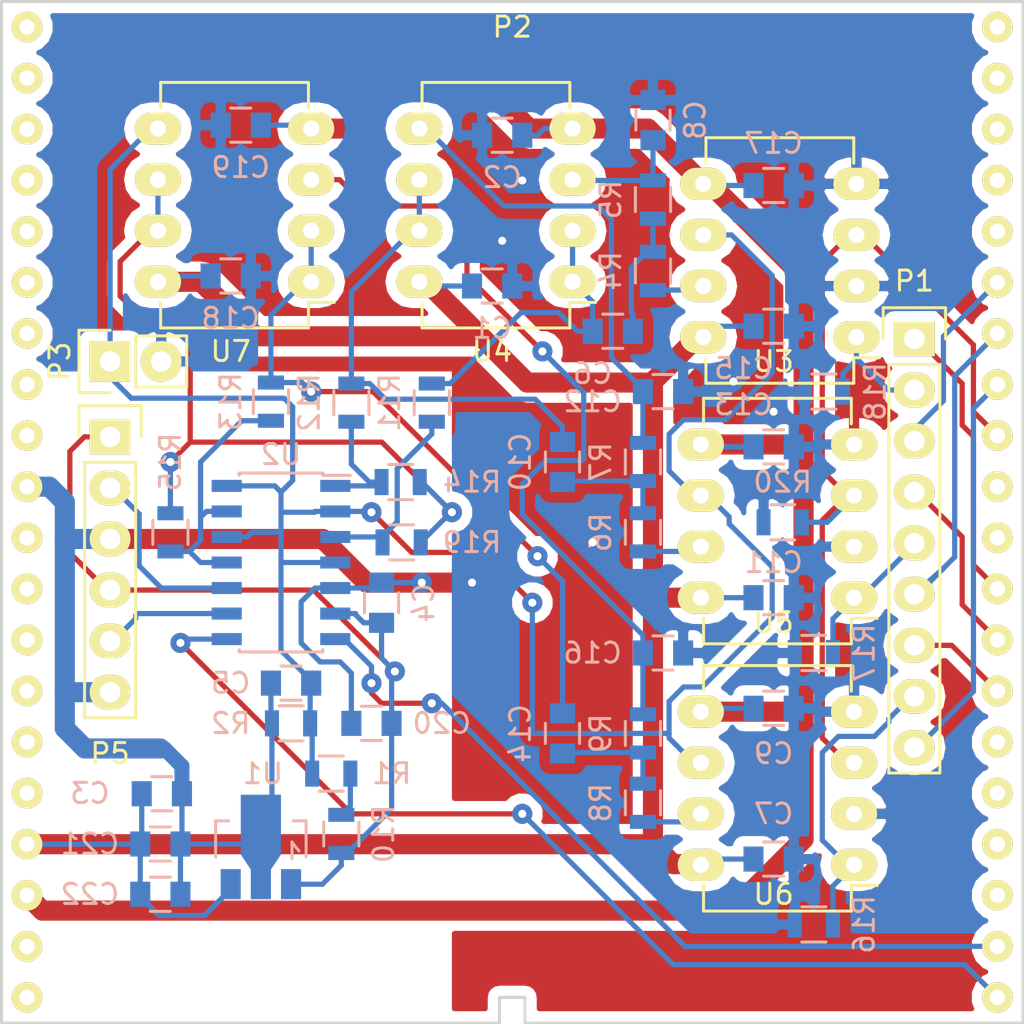
<source format=kicad_pcb>
(kicad_pcb (version 4) (host pcbnew 4.0.2-stable)
  (layers (0 F.Cu signal) (31 B.Cu signal) (34 B.Paste user) (35 F.Paste user) (36 B.SilkS user) (37 F.SilkS user) (38 B.Mask user) (39 F.Mask user) (44 Edge.Cuts user))
  (net 0 "")
  (net 1 +9V)
  (net 2 GND)
  (net 3 -9VA)
  (net 4 +3.3VADC)
  (net 5 /channel1/BIAS)
  (net 6 /channel1/DEMOD)
  (net 7 "Net-(C6-Pad2)")
  (net 8 "Net-(C8-Pad1)")
  (net 9 /channel2/DEMOD)
  (net 10 "Net-(C10-Pad2)")
  (net 11 "Net-(C12-Pad1)")
  (net 12 /channel3/DEMOD)
  (net 13 "Net-(C14-Pad2)")
  (net 14 "Net-(C16-Pad1)")
  (net 15 /channel1/Y)
  (net 16 /channel1/X)
  (net 17 /channel2/X)
  (net 18 /channel3/X)
  (net 19 /SDA)
  (net 20 /SCL)
  (net 21 "Net-(P5-Pad2)")
  (net 22 "Net-(P5-Pad5)")
  (net 23 "Net-(R4-Pad2)")
  (net 24 "Net-(R6-Pad2)")
  (net 25 "Net-(R8-Pad2)")
  (net 26 "Net-(R1-Pad1)")
  (net 27 "Net-(R11-Pad2)")
  (net 28 "Net-(R12-Pad2)")
  (net 29 "Net-(R13-Pad1)")
  (net 30 "Net-(R14-Pad1)")
  (net 31 "Net-(P1-Pad1)")
  (net 32 "Net-(P1-Pad3)")
  (net 33 "Net-(P1-Pad4)")
  (net 34 "Net-(P1-Pad6)")
  (net 35 "Net-(P1-Pad7)")
  (net 36 "Net-(P1-Pad9)")
  (module Pin_Headers:Pin_Header_Straight_1x09 (layer F.Cu) (at 170 91.38)
    (fp_text reference P1 (at 0 -2.88) (layer F.SilkS))
    (fp_text value CONN_01X09)
    (pad 1 thru_hole rect (at 0 0) (size 2.032 1.7272) (drill 1.016) (layers *.Cu *.Mask F.SilkS) (net 31 "Net-(P1-Pad1)"))
    (pad 2 thru_hole oval (at 0 2.54) (size 2.032 1.7272) (drill 1.016) (layers *.Cu *.Mask F.SilkS) (net 16 /channel1/X))
    (pad 3 thru_hole oval (at 0 5.08) (size 2.032 1.7272) (drill 1.016) (layers *.Cu *.Mask F.SilkS) (net 32 "Net-(P1-Pad3)"))
    (pad 4 thru_hole oval (at 0 7.62) (size 2.032 1.7272) (drill 1.016) (layers *.Cu *.Mask F.SilkS) (net 33 "Net-(P1-Pad4)"))
    (pad 5 thru_hole oval (at 0 10.16) (size 2.032 1.7272) (drill 1.016) (layers *.Cu *.Mask F.SilkS) (net 17 /channel2/X))
    (pad 6 thru_hole oval (at 0 12.7) (size 2.032 1.7272) (drill 1.016) (layers *.Cu *.Mask F.SilkS) (net 34 "Net-(P1-Pad6)"))
    (pad 7 thru_hole oval (at 0 15.24) (size 2.032 1.7272) (drill 1.016) (layers *.Cu *.Mask F.SilkS) (net 35 "Net-(P1-Pad7)"))
    (pad 8 thru_hole oval (at 0 17.78) (size 2.032 1.7272) (drill 1.016) (layers *.Cu *.Mask F.SilkS) (net 18 /channel3/X))
    (pad 9 thru_hole oval (at 0 20.32) (size 2.032 1.7272) (drill 1.016) (layers *.Cu *.Mask F.SilkS) (net 36 "Net-(P1-Pad9)"))
  )
  (module Housings_DIP:DIP-8_W7.62mm_LongPads (layer F.Cu) (at 167 104.25 180)
    (fp_text reference U5 (at 4 -1.25 180) (layer F.SilkS))
    (fp_text value AD633)
    (pad 1 thru_hole oval (at 0 0 180) (size 2.3 1.6) (drill 0.8) (layers *.Cu *.Mask F.SilkS) (net 17 /channel2/X))
    (pad 2 thru_hole oval (at 0 2.54 180) (size 2.3 1.6) (drill 0.8) (layers *.Cu *.Mask F.SilkS) (net 2 GND))
    (pad 3 thru_hole oval (at 0 5.08 180) (size 2.3 1.6) (drill 0.8) (layers *.Cu *.Mask F.SilkS) (net 15 /channel1/Y))
    (pad 4 thru_hole oval (at 0 7.62 180) (size 2.3 1.6) (drill 0.8) (layers *.Cu *.Mask F.SilkS) (net 2 GND))
    (pad 5 thru_hole oval (at 7.62 7.62 180) (size 2.3 1.6) (drill 0.8) (layers *.Cu *.Mask F.SilkS) (net 3 -9VA))
    (pad 6 thru_hole oval (at 7.62 5.08 180) (size 2.3 1.6) (drill 0.8) (layers *.Cu *.Mask F.SilkS) (net 5 /channel1/BIAS))
    (pad 7 thru_hole oval (at 7.62 2.54 180) (size 2.3 1.6) (drill 0.8) (layers *.Cu *.Mask F.SilkS) (net 24 "Net-(R6-Pad2)"))
    (pad 8 thru_hole oval (at 7.62 0 180) (size 2.3 1.6) (drill 0.8) (layers *.Cu *.Mask F.SilkS) (net 1 +9V))
  )
  (module Housings_DIP:DIP-8_W7.62mm_LongPads (layer F.Cu) (at 140 88.54 180)
    (fp_text reference U7 (at 4 -3.46 180) (layer F.SilkS))
    (fp_text value LM6172)
    (pad 1 thru_hole oval (at 0 0 180) (size 2.3 1.6) (drill 0.8) (layers *.Cu *.Mask F.SilkS) (net 12 /channel3/DEMOD))
    (pad 2 thru_hole oval (at 0 2.54 180) (size 2.3 1.6) (drill 0.8) (layers *.Cu *.Mask F.SilkS) (net 12 /channel3/DEMOD))
    (pad 3 thru_hole oval (at 0 5.08 180) (size 2.3 1.6) (drill 0.8) (layers *.Cu *.Mask F.SilkS) (net 14 "Net-(C16-Pad1)"))
    (pad 4 thru_hole oval (at 0 7.62 180) (size 2.3 1.6) (drill 0.8) (layers *.Cu *.Mask F.SilkS) (net 3 -9VA))
    (pad 5 thru_hole oval (at 7.62 7.62 180) (size 2.3 1.6) (drill 0.8) (layers *.Cu *.Mask F.SilkS) (net 5 /channel1/BIAS))
    (pad 6 thru_hole oval (at 7.62 5.08 180) (size 2.3 1.6) (drill 0.8) (layers *.Cu *.Mask F.SilkS) (net 30 "Net-(R14-Pad1)"))
    (pad 7 thru_hole oval (at 7.62 2.54 180) (size 2.3 1.6) (drill 0.8) (layers *.Cu *.Mask F.SilkS) (net 30 "Net-(R14-Pad1)"))
    (pad 8 thru_hole oval (at 7.62 0 180) (size 2.3 1.6) (drill 0.8) (layers *.Cu *.Mask F.SilkS) (net 1 +9V))
  )
  (module Housings_SOIC:SOIC-14_3.9x8.7mm_Pitch1.27mm (layer B.Cu) (at 138.5 102.5 180)
    (fp_text reference U2 (at 0 5.375 180) (layer B.SilkS) (effects (justify mirror)))
    (fp_text value MCP3428)
    (pad 1 smd rect (at -2.7 3.81 180) (size 1.5 0.6) (layers B.Cu B.Paste B.Mask) (net 28 "Net-(R12-Pad2)"))
    (pad 2 smd rect (at -2.7 2.54 180) (size 1.5 0.6) (layers B.Cu B.Paste B.Mask) (net 5 /channel1/BIAS))
    (pad 3 smd rect (at -2.7 1.27 180) (size 1.5 0.6) (layers B.Cu B.Paste B.Mask) (net 27 "Net-(R11-Pad2)"))
    (pad 4 smd rect (at -2.7 0 180) (size 1.5 0.6) (layers B.Cu B.Paste B.Mask) (net 5 /channel1/BIAS))
    (pad 5 smd rect (at -2.7 -1.27 180) (size 1.5 0.6) (layers B.Cu B.Paste B.Mask) (net 2 GND))
    (pad 6 smd rect (at -2.7 -2.54 180) (size 1.5 0.6) (layers B.Cu B.Paste B.Mask) (net 4 +3.3VADC))
    (pad 7 smd rect (at -2.7 -3.81 180) (size 1.5 0.6) (layers B.Cu B.Paste B.Mask) (net 19 /SDA))
    (pad 8 smd rect (at 2.7 -3.81 180) (size 1.5 0.6) (layers B.Cu B.Paste B.Mask) (net 20 /SCL))
    (pad 9 smd rect (at 2.7 -2.54 180) (size 1.5 0.6) (layers B.Cu B.Paste B.Mask) (net 22 "Net-(P5-Pad5)"))
    (pad 10 smd rect (at 2.7 -1.27 180) (size 1.5 0.6) (layers B.Cu B.Paste B.Mask) (net 21 "Net-(P5-Pad2)"))
    (pad 11 smd rect (at 2.7 0 180) (size 1.5 0.6) (layers B.Cu B.Paste B.Mask) (net 29 "Net-(R13-Pad1)"))
    (pad 12 smd rect (at 2.7 1.27 180) (size 1.5 0.6) (layers B.Cu B.Paste B.Mask) (net 5 /channel1/BIAS))
    (pad 13 smd rect (at 2.7 2.54 180) (size 1.5 0.6) (layers B.Cu B.Paste B.Mask) (net 29 "Net-(R13-Pad1)"))
    (pad 14 smd rect (at 2.7 3.81 180) (size 1.5 0.6) (layers B.Cu B.Paste B.Mask) (net 5 /channel1/BIAS))
  )
  (module Housings_DIP:DIP-8_W7.62mm_LongPads (layer F.Cu) (at 167 117.54 180)
    (fp_text reference U6 (at 4 -1.46 180) (layer F.SilkS))
    (fp_text value AD633)
    (pad 1 thru_hole oval (at 0 0 180) (size 2.3 1.6) (drill 0.8) (layers *.Cu *.Mask F.SilkS) (net 18 /channel3/X))
    (pad 2 thru_hole oval (at 0 2.54 180) (size 2.3 1.6) (drill 0.8) (layers *.Cu *.Mask F.SilkS) (net 2 GND))
    (pad 3 thru_hole oval (at 0 5.08 180) (size 2.3 1.6) (drill 0.8) (layers *.Cu *.Mask F.SilkS) (net 15 /channel1/Y))
    (pad 4 thru_hole oval (at 0 7.62 180) (size 2.3 1.6) (drill 0.8) (layers *.Cu *.Mask F.SilkS) (net 2 GND))
    (pad 5 thru_hole oval (at 7.62 7.62 180) (size 2.3 1.6) (drill 0.8) (layers *.Cu *.Mask F.SilkS) (net 3 -9VA))
    (pad 6 thru_hole oval (at 7.62 5.08 180) (size 2.3 1.6) (drill 0.8) (layers *.Cu *.Mask F.SilkS) (net 5 /channel1/BIAS))
    (pad 7 thru_hole oval (at 7.62 2.54 180) (size 2.3 1.6) (drill 0.8) (layers *.Cu *.Mask F.SilkS) (net 25 "Net-(R8-Pad2)"))
    (pad 8 thru_hole oval (at 7.62 0 180) (size 2.3 1.6) (drill 0.8) (layers *.Cu *.Mask F.SilkS) (net 1 +9V))
  )
  (module Capacitors_SMD:C_0805 (layer B.Cu) (at 149 88.75)
    (fp_text reference C1 (at 0 2.1) (layer B.SilkS) (effects (justify mirror)))
    (fp_text value 100n)
    (pad 1 smd rect (at -1 0) (size 1 1.25) (layers B.Cu B.Paste B.Mask) (net 1 +9V))
    (pad 2 smd rect (at 1 0) (size 1 1.25) (layers B.Cu B.Paste B.Mask) (net 2 GND))
  )
  (module Capacitors_SMD:C_0805 (layer B.Cu) (at 149.5 81.25)
    (fp_text reference C2 (at 0 2.1) (layer B.SilkS) (effects (justify mirror)))
    (fp_text value 100n)
    (pad 1 smd rect (at -1 0) (size 1 1.25) (layers B.Cu B.Paste B.Mask) (net 2 GND))
    (pad 2 smd rect (at 1 0) (size 1 1.25) (layers B.Cu B.Paste B.Mask) (net 3 -9VA))
  )
  (module Capacitors_SMD:C_0805 (layer B.Cu) (at 132.574 114)
    (fp_text reference C3 (at -3.574 -0.02) (layer B.SilkS) (effects (justify mirror)))
    (fp_text value 100n)
    (pad 1 smd rect (at -1 0) (size 1 1.25) (layers B.Cu B.Paste B.Mask) (net 1 +9V))
    (pad 2 smd rect (at 1 0) (size 1 1.25) (layers B.Cu B.Paste B.Mask) (net 2 GND))
  )
  (module Capacitors_SMD:C_0805 (layer B.Cu) (at 143.5 104.5 90)
    (fp_text reference C4 (at 0 2.1 90) (layer B.SilkS) (effects (justify mirror)))
    (fp_text value 100n)
    (pad 1 smd rect (at -1 0 90) (size 1 1.25) (layers B.Cu B.Paste B.Mask) (net 4 +3.3VADC))
    (pad 2 smd rect (at 1 0 90) (size 1 1.25) (layers B.Cu B.Paste B.Mask) (net 2 GND))
  )
  (module Capacitors_SMD:C_0805 (layer B.Cu) (at 139 108.5 180)
    (fp_text reference C5 (at 3 0 180) (layer B.SilkS) (effects (justify mirror)))
    (fp_text value 100n)
    (pad 1 smd rect (at -1 0 180) (size 1 1.25) (layers B.Cu B.Paste B.Mask) (net 5 /channel1/BIAS))
    (pad 2 smd rect (at 1 0 180) (size 1 1.25) (layers B.Cu B.Paste B.Mask) (net 2 GND))
  )
  (module Capacitors_SMD:C_0805 (layer B.Cu) (at 155 91)
    (fp_text reference C6 (at -1 2.1) (layer B.SilkS) (effects (justify mirror)))
    (fp_text value 1u)
    (pad 1 smd rect (at -1 0) (size 1 1.25) (layers B.Cu B.Paste B.Mask) (net 6 /channel1/DEMOD))
    (pad 2 smd rect (at 1 0) (size 1 1.25) (layers B.Cu B.Paste B.Mask) (net 7 "Net-(C6-Pad2)"))
  )
  (module Capacitors_SMD:C_0805 (layer B.Cu) (at 163 117.25)
    (fp_text reference C7 (at 0 -2.25) (layer B.SilkS) (effects (justify mirror)))
    (fp_text value 100n)
    (pad 1 smd rect (at -1 0) (size 1 1.25) (layers B.Cu B.Paste B.Mask) (net 1 +9V))
    (pad 2 smd rect (at 1 0) (size 1 1.25) (layers B.Cu B.Paste B.Mask) (net 2 GND))
  )
  (module Capacitors_SMD:C_0805 (layer B.Cu) (at 157 80.5 90)
    (fp_text reference C8 (at 0 2.1 90) (layer B.SilkS) (effects (justify mirror)))
    (fp_text value 1u)
    (pad 1 smd rect (at -1 0 90) (size 1 1.25) (layers B.Cu B.Paste B.Mask) (net 8 "Net-(C8-Pad1)"))
    (pad 2 smd rect (at 1 0 90) (size 1 1.25) (layers B.Cu B.Paste B.Mask) (net 2 GND))
  )
  (module Capacitors_SMD:C_0805 (layer B.Cu) (at 163 109.75 180)
    (fp_text reference C9 (at 0 -2.25 180) (layer B.SilkS) (effects (justify mirror)))
    (fp_text value 100n)
    (pad 1 smd rect (at -1 0 180) (size 1 1.25) (layers B.Cu B.Paste B.Mask) (net 2 GND))
    (pad 2 smd rect (at 1 0 180) (size 1 1.25) (layers B.Cu B.Paste B.Mask) (net 3 -9VA))
  )
  (module Capacitors_SMD:C_0805 (layer B.Cu) (at 152.5 97.5 270)
    (fp_text reference C10 (at 0 2.1 270) (layer B.SilkS) (effects (justify mirror)))
    (fp_text value 1u)
    (pad 1 smd rect (at -1 0 270) (size 1 1.25) (layers B.Cu B.Paste B.Mask) (net 9 /channel2/DEMOD))
    (pad 2 smd rect (at 1 0 270) (size 1 1.25) (layers B.Cu B.Paste B.Mask) (net 10 "Net-(C10-Pad2)"))
  )
  (module Capacitors_SMD:C_0805 (layer B.Cu) (at 163 104.25)
    (fp_text reference C11 (at 0 -1.75) (layer B.SilkS) (effects (justify mirror)))
    (fp_text value 100n)
    (pad 1 smd rect (at -1 0) (size 1 1.25) (layers B.Cu B.Paste B.Mask) (net 1 +9V))
    (pad 2 smd rect (at 1 0) (size 1 1.25) (layers B.Cu B.Paste B.Mask) (net 2 GND))
  )
  (module Capacitors_SMD:C_0805 (layer B.Cu) (at 157.5 94)
    (fp_text reference C12 (at -3.5 0.5) (layer B.SilkS) (effects (justify mirror)))
    (fp_text value 1u)
    (pad 1 smd rect (at -1 0) (size 1 1.25) (layers B.Cu B.Paste B.Mask) (net 11 "Net-(C12-Pad1)"))
    (pad 2 smd rect (at 1 0) (size 1 1.25) (layers B.Cu B.Paste B.Mask) (net 2 GND))
  )
  (module Capacitors_SMD:C_0805 (layer B.Cu) (at 163 96.75 180)
    (fp_text reference C13 (at 1.5 2.1 180) (layer B.SilkS) (effects (justify mirror)))
    (fp_text value 100n)
    (pad 1 smd rect (at -1 0 180) (size 1 1.25) (layers B.Cu B.Paste B.Mask) (net 2 GND))
    (pad 2 smd rect (at 1 0 180) (size 1 1.25) (layers B.Cu B.Paste B.Mask) (net 3 -9VA))
  )
  (module Capacitors_SMD:C_0805 (layer B.Cu) (at 152.5 111 270)
    (fp_text reference C14 (at 0 2.1 270) (layer B.SilkS) (effects (justify mirror)))
    (fp_text value 1u)
    (pad 1 smd rect (at -1 0 270) (size 1 1.25) (layers B.Cu B.Paste B.Mask) (net 12 /channel3/DEMOD))
    (pad 2 smd rect (at 1 0 270) (size 1 1.25) (layers B.Cu B.Paste B.Mask) (net 13 "Net-(C14-Pad2)"))
  )
  (module Capacitors_SMD:C_0805 (layer B.Cu) (at 163 90.75)
    (fp_text reference C15 (at -1.5 2.1) (layer B.SilkS) (effects (justify mirror)))
    (fp_text value 100n)
    (pad 1 smd rect (at -1 0) (size 1 1.25) (layers B.Cu B.Paste B.Mask) (net 1 +9V))
    (pad 2 smd rect (at 1 0) (size 1 1.25) (layers B.Cu B.Paste B.Mask) (net 2 GND))
  )
  (module Capacitors_SMD:C_0805 (layer B.Cu) (at 157.5 107)
    (fp_text reference C16 (at -3.5 0) (layer B.SilkS) (effects (justify mirror)))
    (fp_text value 1u)
    (pad 1 smd rect (at -1 0) (size 1 1.25) (layers B.Cu B.Paste B.Mask) (net 14 "Net-(C16-Pad1)"))
    (pad 2 smd rect (at 1 0) (size 1 1.25) (layers B.Cu B.Paste B.Mask) (net 2 GND))
  )
  (module Capacitors_SMD:C_0805 (layer B.Cu) (at 163 83.75 180)
    (fp_text reference C17 (at 0 2.1 180) (layer B.SilkS) (effects (justify mirror)))
    (fp_text value 100n)
    (pad 1 smd rect (at -1 0 180) (size 1 1.25) (layers B.Cu B.Paste B.Mask) (net 2 GND))
    (pad 2 smd rect (at 1 0 180) (size 1 1.25) (layers B.Cu B.Paste B.Mask) (net 3 -9VA))
  )
  (module Pin_Headers:Pin_Header_Straight_1x06 (layer F.Cu) (at 130 96.25)
    (fp_text reference P5 (at 0 15.75) (layer F.SilkS))
    (fp_text value "Adr conf")
    (pad 1 thru_hole rect (at 0 0) (size 2.032 1.7272) (drill 1.016) (layers *.Cu *.Mask F.SilkS) (net 4 +3.3VADC))
    (pad 2 thru_hole oval (at 0 2.54) (size 2.032 1.7272) (drill 1.016) (layers *.Cu *.Mask F.SilkS) (net 21 "Net-(P5-Pad2)"))
    (pad 3 thru_hole oval (at 0 5.08) (size 2.032 1.7272) (drill 1.016) (layers *.Cu *.Mask F.SilkS) (net 2 GND))
    (pad 4 thru_hole oval (at 0 7.62) (size 2.032 1.7272) (drill 1.016) (layers *.Cu *.Mask F.SilkS) (net 4 +3.3VADC))
    (pad 5 thru_hole oval (at 0 10.16) (size 2.032 1.7272) (drill 1.016) (layers *.Cu *.Mask F.SilkS) (net 22 "Net-(P5-Pad5)"))
    (pad 6 thru_hole oval (at 0 12.7) (size 2.032 1.7272) (drill 1.016) (layers *.Cu *.Mask F.SilkS) (net 2 GND))
  )
  (module Resistors_SMD:R_0805 (layer B.Cu) (at 141 113 180)
    (fp_text reference R1 (at -3 0 180) (layer B.SilkS) (effects (justify mirror)))
    (fp_text value 10k)
    (pad 1 smd rect (at -0.95 0 180) (size 0.7 1.3) (layers B.Cu B.Paste B.Mask) (net 26 "Net-(R1-Pad1)"))
    (pad 2 smd rect (at 0.95 0 180) (size 0.7 1.3) (layers B.Cu B.Paste B.Mask) (net 5 /channel1/BIAS))
  )
  (module Resistors_SMD:R_0805 (layer B.Cu) (at 139 110.5 180)
    (fp_text reference R2 (at 3 0 180) (layer B.SilkS) (effects (justify mirror)))
    (fp_text value 10k)
    (pad 1 smd rect (at -0.95 0 180) (size 0.7 1.3) (layers B.Cu B.Paste B.Mask) (net 5 /channel1/BIAS))
    (pad 2 smd rect (at 0.95 0 180) (size 0.7 1.3) (layers B.Cu B.Paste B.Mask) (net 2 GND))
  )
  (module Resistors_SMD:R_0805 (layer B.Cu) (at 157 88 270)
    (fp_text reference R4 (at 0 2.1 270) (layer B.SilkS) (effects (justify mirror)))
    (fp_text value 100k)
    (pad 1 smd rect (at -0.95 0 270) (size 0.7 1.3) (layers B.Cu B.Paste B.Mask) (net 7 "Net-(C6-Pad2)"))
    (pad 2 smd rect (at 0.95 0 270) (size 0.7 1.3) (layers B.Cu B.Paste B.Mask) (net 23 "Net-(R4-Pad2)"))
  )
  (module Resistors_SMD:R_0805 (layer B.Cu) (at 157 84.45 270)
    (fp_text reference R5 (at 0 2.1 270) (layer B.SilkS) (effects (justify mirror)))
    (fp_text value 100k)
    (pad 1 smd rect (at -0.95 0 270) (size 0.7 1.3) (layers B.Cu B.Paste B.Mask) (net 8 "Net-(C8-Pad1)"))
    (pad 2 smd rect (at 0.95 0 270) (size 0.7 1.3) (layers B.Cu B.Paste B.Mask) (net 7 "Net-(C6-Pad2)"))
  )
  (module Resistors_SMD:R_0805 (layer B.Cu) (at 156.5 101 270)
    (fp_text reference R6 (at 0 2.1 270) (layer B.SilkS) (effects (justify mirror)))
    (fp_text value 100k)
    (pad 1 smd rect (at -0.95 0 270) (size 0.7 1.3) (layers B.Cu B.Paste B.Mask) (net 10 "Net-(C10-Pad2)"))
    (pad 2 smd rect (at 0.95 0 270) (size 0.7 1.3) (layers B.Cu B.Paste B.Mask) (net 24 "Net-(R6-Pad2)"))
  )
  (module Resistors_SMD:R_0805 (layer B.Cu) (at 156.5 97.5 270)
    (fp_text reference R7 (at 0 2.1 270) (layer B.SilkS) (effects (justify mirror)))
    (fp_text value 100k)
    (pad 1 smd rect (at -0.95 0 270) (size 0.7 1.3) (layers B.Cu B.Paste B.Mask) (net 11 "Net-(C12-Pad1)"))
    (pad 2 smd rect (at 0.95 0 270) (size 0.7 1.3) (layers B.Cu B.Paste B.Mask) (net 10 "Net-(C10-Pad2)"))
  )
  (module Resistors_SMD:R_0805 (layer B.Cu) (at 156.5 114.45 270)
    (fp_text reference R8 (at 0 2.1 270) (layer B.SilkS) (effects (justify mirror)))
    (fp_text value 100k)
    (pad 1 smd rect (at -0.95 0 270) (size 0.7 1.3) (layers B.Cu B.Paste B.Mask) (net 13 "Net-(C14-Pad2)"))
    (pad 2 smd rect (at 0.95 0 270) (size 0.7 1.3) (layers B.Cu B.Paste B.Mask) (net 25 "Net-(R8-Pad2)"))
  )
  (module Resistors_SMD:R_0805 (layer B.Cu) (at 156.5 111 270)
    (fp_text reference R9 (at 0 2.1 270) (layer B.SilkS) (effects (justify mirror)))
    (fp_text value 100k)
    (pad 1 smd rect (at -0.95 0 270) (size 0.7 1.3) (layers B.Cu B.Paste B.Mask) (net 14 "Net-(C16-Pad1)"))
    (pad 2 smd rect (at 0.95 0 270) (size 0.7 1.3) (layers B.Cu B.Paste B.Mask) (net 13 "Net-(C14-Pad2)"))
  )
  (module TO_SOT_Packages_SMD:SOT89-3_Housing (layer B.Cu) (at 137.49886 116.64834 180)
    (fp_text reference U1 (at -0.09906 3.64834 180) (layer B.SilkS) (effects (justify mirror)))
    (fp_text value L78L33)
    (pad 1 smd rect (at -1.50114 -1.85166 180) (size 1.00076 1.50114) (layers B.Cu B.Paste B.Mask) (net 4 +3.3VADC))
    (pad 2 smd rect (at 0 -1.85166 180) (size 1.00076 1.50114) (layers B.Cu B.Paste B.Mask) (net 2 GND))
    (pad 3 smd rect (at 1.50114 -1.85166 180) (size 1.00076 1.50114) (layers B.Cu B.Paste B.Mask) (net 1 +9V))
    (pad 2 smd rect (at 0 1.09982 180) (size 1.99898 2.99974) (layers B.Cu B.Paste B.Mask) (net 2 GND))
    (pad 2 smd trapezoid (at 0 -0.7493) (size 1.50114 0.7493) (rect_delta 0 -0.50038) (layers B.Cu B.Paste B.Mask) (net 2 GND))
  )
  (module Housings_DIP:DIP-8_W7.62mm_LongPads (layer F.Cu) (at 167.12 91.29 180)
    (fp_text reference U3 (at 4.12 -1.21 180) (layer F.SilkS))
    (fp_text value AD633)
    (pad 1 thru_hole oval (at 0 0 180) (size 2.3 1.6) (drill 0.8) (layers *.Cu *.Mask F.SilkS) (net 16 /channel1/X))
    (pad 2 thru_hole oval (at 0 2.54 180) (size 2.3 1.6) (drill 0.8) (layers *.Cu *.Mask F.SilkS) (net 2 GND))
    (pad 3 thru_hole oval (at 0 5.08 180) (size 2.3 1.6) (drill 0.8) (layers *.Cu *.Mask F.SilkS) (net 15 /channel1/Y))
    (pad 4 thru_hole oval (at 0 7.62 180) (size 2.3 1.6) (drill 0.8) (layers *.Cu *.Mask F.SilkS) (net 2 GND))
    (pad 5 thru_hole oval (at 7.62 7.62 180) (size 2.3 1.6) (drill 0.8) (layers *.Cu *.Mask F.SilkS) (net 3 -9VA))
    (pad 6 thru_hole oval (at 7.62 5.08 180) (size 2.3 1.6) (drill 0.8) (layers *.Cu *.Mask F.SilkS) (net 5 /channel1/BIAS))
    (pad 7 thru_hole oval (at 7.62 2.54 180) (size 2.3 1.6) (drill 0.8) (layers *.Cu *.Mask F.SilkS) (net 23 "Net-(R4-Pad2)"))
    (pad 8 thru_hole oval (at 7.62 0 180) (size 2.3 1.6) (drill 0.8) (layers *.Cu *.Mask F.SilkS) (net 1 +9V))
  )
  (module Capacitors_SMD:C_0805 (layer B.Cu) (at 136 88.25)
    (fp_text reference C18 (at 0 2.1) (layer B.SilkS) (effects (justify mirror)))
    (fp_text value 100n)
    (pad 1 smd rect (at -1 0) (size 1 1.25) (layers B.Cu B.Paste B.Mask) (net 1 +9V))
    (pad 2 smd rect (at 1 0) (size 1 1.25) (layers B.Cu B.Paste B.Mask) (net 2 GND))
  )
  (module Capacitors_SMD:C_0805 (layer B.Cu) (at 136.5 80.75)
    (fp_text reference C19 (at 0 2.1) (layer B.SilkS) (effects (justify mirror)))
    (fp_text value 100n)
    (pad 1 smd rect (at -1 0) (size 1 1.25) (layers B.Cu B.Paste B.Mask) (net 2 GND))
    (pad 2 smd rect (at 1 0) (size 1 1.25) (layers B.Cu B.Paste B.Mask) (net 3 -9VA))
  )
  (module Housings_DIP:DIP-8_W7.62mm_LongPads (layer F.Cu) (at 153 88.54 180)
    (fp_text reference U4 (at 4 -3.46 180) (layer F.SilkS))
    (fp_text value LM6172)
    (pad 1 thru_hole oval (at 0 0 180) (size 2.3 1.6) (drill 0.8) (layers *.Cu *.Mask F.SilkS) (net 6 /channel1/DEMOD))
    (pad 2 thru_hole oval (at 0 2.54 180) (size 2.3 1.6) (drill 0.8) (layers *.Cu *.Mask F.SilkS) (net 6 /channel1/DEMOD))
    (pad 3 thru_hole oval (at 0 5.08 180) (size 2.3 1.6) (drill 0.8) (layers *.Cu *.Mask F.SilkS) (net 8 "Net-(C8-Pad1)"))
    (pad 4 thru_hole oval (at 0 7.62 180) (size 2.3 1.6) (drill 0.8) (layers *.Cu *.Mask F.SilkS) (net 3 -9VA))
    (pad 5 thru_hole oval (at 7.62 7.62 180) (size 2.3 1.6) (drill 0.8) (layers *.Cu *.Mask F.SilkS) (net 11 "Net-(C12-Pad1)"))
    (pad 6 thru_hole oval (at 7.62 5.08 180) (size 2.3 1.6) (drill 0.8) (layers *.Cu *.Mask F.SilkS) (net 9 /channel2/DEMOD))
    (pad 7 thru_hole oval (at 7.62 2.54 180) (size 2.3 1.6) (drill 0.8) (layers *.Cu *.Mask F.SilkS) (net 9 /channel2/DEMOD))
    (pad 8 thru_hole oval (at 7.62 0 180) (size 2.3 1.6) (drill 0.8) (layers *.Cu *.Mask F.SilkS) (net 1 +9V))
  )
  (module Capacitors_SMD:C_0805 (layer B.Cu) (at 143 110.5)
    (fp_text reference C20 (at 3.5 0) (layer B.SilkS) (effects (justify mirror)))
    (fp_text value 100n)
    (pad 1 smd rect (at -1 0) (size 1 1.25) (layers B.Cu B.Paste B.Mask) (net 2 GND))
    (pad 2 smd rect (at 1 0) (size 1 1.25) (layers B.Cu B.Paste B.Mask) (net 4 +3.3VADC))
  )
  (module Capacitors_SMD:C_0805 (layer B.Cu) (at 132.5 116.5)
    (fp_text reference C21 (at -3.5 0) (layer B.SilkS) (effects (justify mirror)))
    (fp_text value 100n)
    (pad 1 smd rect (at -1 0) (size 1 1.25) (layers B.Cu B.Paste B.Mask) (net 1 +9V))
    (pad 2 smd rect (at 1 0) (size 1 1.25) (layers B.Cu B.Paste B.Mask) (net 2 GND))
  )
  (module Capacitors_SMD:C_0805 (layer B.Cu) (at 132.5 119)
    (fp_text reference C22 (at -3.5 0) (layer B.SilkS) (effects (justify mirror)))
    (fp_text value 100n)
    (pad 1 smd rect (at -1 0) (size 1 1.25) (layers B.Cu B.Paste B.Mask) (net 1 +9V))
    (pad 2 smd rect (at 1 0) (size 1 1.25) (layers B.Cu B.Paste B.Mask) (net 2 GND))
  )
  (module Resistors_SMD:R_0805 (layer B.Cu) (at 141.5 116 90)
    (fp_text reference R10 (at 0 2.1 90) (layer B.SilkS) (effects (justify mirror)))
    (fp_text value 10k)
    (pad 1 smd rect (at -0.95 0 90) (size 0.7 1.3) (layers B.Cu B.Paste B.Mask) (net 4 +3.3VADC))
    (pad 2 smd rect (at 0.95 0 90) (size 0.7 1.3) (layers B.Cu B.Paste B.Mask) (net 26 "Net-(R1-Pad1)"))
  )
  (module SCUBE:scube40_no_holes (layer F.Cu) (at 150 100)
    (fp_text reference P2 (at 0 -24.13) (layer F.SilkS))
    (fp_text value SCUBE40)
    (fp_line (start -25.4 25.4) (end -25.4 -25.4) (layer Edge.Cuts) (width 0.15))
    (fp_line (start 25.4 25.4) (end 0.635 25.4) (layer Edge.Cuts) (width 0.15))
    (fp_line (start 25.4 -25.4) (end 25.4 25.4) (layer Edge.Cuts) (width 0.15))
    (fp_line (start -25.4 -25.4) (end 25.4 -25.4) (layer Edge.Cuts) (width 0.15))
    (fp_line (start -0.635 25.4) (end -25.4 25.4) (layer Edge.Cuts) (width 0.15))
    (fp_line (start -0.635 24.13) (end -0.635 25.4) (layer Edge.Cuts) (width 0.15))
    (fp_line (start 0.635 24.13) (end -0.635 24.13) (layer Edge.Cuts) (width 0.15))
    (fp_line (start 0.635 25.4) (end 0.635 24.13) (layer Edge.Cuts) (width 0.15))
    (pad 1 thru_hole circle (at -24.13 -24.13) (size 1.524 1.524) (drill 0.762) (layers *.Cu *.Mask F.SilkS))
    (pad 2 thru_hole circle (at -24.13 -21.59) (size 1.524 1.524) (drill 0.762) (layers *.Cu *.Mask F.SilkS))
    (pad 3 thru_hole circle (at -24.13 -19.05) (size 1.524 1.524) (drill 0.762) (layers *.Cu *.Mask F.SilkS))
    (pad 4 thru_hole circle (at -24.13 -16.51) (size 1.524 1.524) (drill 0.762) (layers *.Cu *.Mask F.SilkS))
    (pad 5 thru_hole circle (at -24.13 -13.97) (size 1.524 1.524) (drill 0.762) (layers *.Cu *.Mask F.SilkS))
    (pad 6 thru_hole circle (at -24.13 -11.43) (size 1.524 1.524) (drill 0.762) (layers *.Cu *.Mask F.SilkS))
    (pad 7 thru_hole circle (at -24.13 -8.89) (size 1.524 1.524) (drill 0.762) (layers *.Cu *.Mask F.SilkS))
    (pad 8 thru_hole circle (at -24.13 -6.35) (size 1.524 1.524) (drill 0.762) (layers *.Cu *.Mask F.SilkS))
    (pad 9 thru_hole circle (at -24.13 -3.81) (size 1.524 1.524) (drill 0.762) (layers *.Cu *.Mask F.SilkS))
    (pad 10 thru_hole circle (at -24.13 -1.27) (size 1.524 1.524) (drill 0.762) (layers *.Cu *.Mask F.SilkS) (net 2 GND))
    (pad 11 thru_hole circle (at -24.13 1.27) (size 1.524 1.524) (drill 0.762) (layers *.Cu *.Mask F.SilkS))
    (pad 12 thru_hole circle (at -24.13 3.81) (size 1.524 1.524) (drill 0.762) (layers *.Cu *.Mask F.SilkS))
    (pad 13 thru_hole circle (at -24.13 6.35) (size 1.524 1.524) (drill 0.762) (layers *.Cu *.Mask F.SilkS))
    (pad 14 thru_hole circle (at -24.13 8.89) (size 1.524 1.524) (drill 0.762) (layers *.Cu *.Mask F.SilkS))
    (pad 15 thru_hole circle (at -24.13 11.43) (size 1.524 1.524) (drill 0.762) (layers *.Cu *.Mask F.SilkS))
    (pad 16 thru_hole circle (at -24.13 13.97) (size 1.524 1.524) (drill 0.762) (layers *.Cu *.Mask F.SilkS))
    (pad 17 thru_hole circle (at -24.13 16.51) (size 1.524 1.524) (drill 0.762) (layers *.Cu *.Mask F.SilkS) (net 1 +9V))
    (pad 18 thru_hole circle (at -24.13 19.05) (size 1.524 1.524) (drill 0.762) (layers *.Cu *.Mask F.SilkS) (net 3 -9VA))
    (pad 19 thru_hole circle (at -24.13 21.59) (size 1.524 1.524) (drill 0.762) (layers *.Cu *.Mask F.SilkS))
    (pad 20 thru_hole circle (at -24.13 24.13) (size 1.524 1.524) (drill 0.762) (layers *.Cu *.Mask F.SilkS))
    (pad 21 thru_hole circle (at 24.13 24.13) (size 1.524 1.524) (drill 0.762) (layers *.Cu *.Mask F.SilkS) (net 20 /SCL))
    (pad 22 thru_hole circle (at 24.13 21.59) (size 1.524 1.524) (drill 0.762) (layers *.Cu *.Mask F.SilkS) (net 19 /SDA))
    (pad 23 thru_hole circle (at 24.13 19.05) (size 1.524 1.524) (drill 0.762) (layers *.Cu *.Mask F.SilkS))
    (pad 24 thru_hole circle (at 24.13 16.51) (size 1.524 1.524) (drill 0.762) (layers *.Cu *.Mask F.SilkS))
    (pad 25 thru_hole circle (at 24.13 13.97) (size 1.524 1.524) (drill 0.762) (layers *.Cu *.Mask F.SilkS))
    (pad 26 thru_hole circle (at 24.13 11.43) (size 1.524 1.524) (drill 0.762) (layers *.Cu *.Mask F.SilkS))
    (pad 27 thru_hole circle (at 24.13 8.89) (size 1.524 1.524) (drill 0.762) (layers *.Cu *.Mask F.SilkS) (net 35 "Net-(P1-Pad7)"))
    (pad 28 thru_hole circle (at 24.13 6.35) (size 1.524 1.524) (drill 0.762) (layers *.Cu *.Mask F.SilkS) (net 33 "Net-(P1-Pad4)"))
    (pad 29 thru_hole circle (at 24.13 3.81) (size 1.524 1.524) (drill 0.762) (layers *.Cu *.Mask F.SilkS) (net 31 "Net-(P1-Pad1)"))
    (pad 30 thru_hole circle (at 24.13 1.27) (size 1.524 1.524) (drill 0.762) (layers *.Cu *.Mask F.SilkS))
    (pad 31 thru_hole circle (at 24.13 -1.27) (size 1.524 1.524) (drill 0.762) (layers *.Cu *.Mask F.SilkS))
    (pad 32 thru_hole circle (at 24.13 -3.81) (size 1.524 1.524) (drill 0.762) (layers *.Cu *.Mask F.SilkS) (net 15 /channel1/Y))
    (pad 33 thru_hole circle (at 24.13 -6.35) (size 1.524 1.524) (drill 0.762) (layers *.Cu *.Mask F.SilkS) (net 36 "Net-(P1-Pad9)"))
    (pad 34 thru_hole circle (at 24.13 -8.89) (size 1.524 1.524) (drill 0.762) (layers *.Cu *.Mask F.SilkS) (net 34 "Net-(P1-Pad6)"))
    (pad 35 thru_hole circle (at 24.13 -11.43) (size 1.524 1.524) (drill 0.762) (layers *.Cu *.Mask F.SilkS) (net 32 "Net-(P1-Pad3)"))
    (pad 36 thru_hole circle (at 24.13 -13.97) (size 1.524 1.524) (drill 0.762) (layers *.Cu *.Mask F.SilkS))
    (pad 37 thru_hole circle (at 24.13 -16.51) (size 1.524 1.524) (drill 0.762) (layers *.Cu *.Mask F.SilkS))
    (pad 38 thru_hole circle (at 24.13 -19.05) (size 1.524 1.524) (drill 0.762) (layers *.Cu *.Mask F.SilkS))
    (pad 39 thru_hole circle (at 24.13 -21.59) (size 1.524 1.524) (drill 0.762) (layers *.Cu *.Mask F.SilkS))
    (pad 40 thru_hole circle (at 24.13 -24.13) (size 1.524 1.524) (drill 0.762) (layers *.Cu *.Mask F.SilkS))
  )
  (module Pin_Headers:Pin_Header_Straight_1x02 (layer F.Cu) (at 130 92.5 90)
    (fp_text reference P3 (at 0 -2.5 90) (layer F.SilkS))
    (fp_text value "ZERO BIAS")
    (pad 1 thru_hole rect (at 0 0 90) (size 2.032 2.032) (drill 1.016) (layers *.Cu *.Mask F.SilkS) (net 5 /channel1/BIAS))
    (pad 2 thru_hole oval (at 0 2.54 90) (size 2.032 2.032) (drill 1.016) (layers *.Cu *.Mask F.SilkS) (net 2 GND))
  )
  (module Resistors_SMD:R_0805 (layer B.Cu) (at 146 94.55 270)
    (fp_text reference R11 (at 0 2.1 270) (layer B.SilkS) (effects (justify mirror)))
    (fp_text value 100k)
    (pad 1 smd rect (at -0.95 0 270) (size 0.7 1.3) (layers B.Cu B.Paste B.Mask) (net 6 /channel1/DEMOD))
    (pad 2 smd rect (at 0.95 0 270) (size 0.7 1.3) (layers B.Cu B.Paste B.Mask) (net 27 "Net-(R11-Pad2)"))
  )
  (module Resistors_SMD:R_0805 (layer B.Cu) (at 142 94.55 270)
    (fp_text reference R12 (at 0 2.1 270) (layer B.SilkS) (effects (justify mirror)))
    (fp_text value 100k)
    (pad 1 smd rect (at -0.95 0 270) (size 0.7 1.3) (layers B.Cu B.Paste B.Mask) (net 9 /channel2/DEMOD))
    (pad 2 smd rect (at 0.95 0 270) (size 0.7 1.3) (layers B.Cu B.Paste B.Mask) (net 28 "Net-(R12-Pad2)"))
  )
  (module Resistors_SMD:R_0805 (layer B.Cu) (at 138 94.5 90)
    (fp_text reference R13 (at 0 -2 270) (layer B.SilkS) (effects (justify mirror)))
    (fp_text value 100k)
    (pad 1 smd rect (at -0.95 0 90) (size 0.7 1.3) (layers B.Cu B.Paste B.Mask) (net 29 "Net-(R13-Pad1)"))
    (pad 2 smd rect (at 0.95 0 90) (size 0.7 1.3) (layers B.Cu B.Paste B.Mask) (net 12 /channel3/DEMOD))
  )
  (module Resistors_SMD:R_0805 (layer B.Cu) (at 144.45 98.5 180)
    (fp_text reference R14 (at -3.55 0 180) (layer B.SilkS) (effects (justify mirror)))
    (fp_text value 10k)
    (pad 1 smd rect (at -0.95 0 180) (size 0.7 1.3) (layers B.Cu B.Paste B.Mask) (net 30 "Net-(R14-Pad1)"))
    (pad 2 smd rect (at 0.95 0 180) (size 0.7 1.3) (layers B.Cu B.Paste B.Mask) (net 28 "Net-(R12-Pad2)"))
  )
  (module Resistors_SMD:R_0805 (layer B.Cu) (at 133 101 90)
    (fp_text reference R15 (at 3.5 0 90) (layer B.SilkS) (effects (justify mirror)))
    (fp_text value 10k)
    (pad 1 smd rect (at -0.95 0 90) (size 0.7 1.3) (layers B.Cu B.Paste B.Mask) (net 29 "Net-(R13-Pad1)"))
    (pad 2 smd rect (at 0.95 0 90) (size 0.7 1.3) (layers B.Cu B.Paste B.Mask) (net 30 "Net-(R14-Pad1)"))
  )
  (module Resistors_SMD:R_0805 (layer B.Cu) (at 165 120.5 180)
    (fp_text reference R16 (at -2.5 0 270) (layer B.SilkS) (effects (justify mirror)))
    (fp_text value 100k)
    (pad 1 smd rect (at -0.95 0 180) (size 0.7 1.3) (layers B.Cu B.Paste B.Mask) (net 18 /channel3/X))
    (pad 2 smd rect (at 0.95 0 180) (size 0.7 1.3) (layers B.Cu B.Paste B.Mask) (net 2 GND))
  )
  (module Resistors_SMD:R_0805 (layer B.Cu) (at 165 107 180)
    (fp_text reference R17 (at -2.5 0 270) (layer B.SilkS) (effects (justify mirror)))
    (fp_text value 100k)
    (pad 1 smd rect (at -0.95 0 180) (size 0.7 1.3) (layers B.Cu B.Paste B.Mask) (net 17 /channel2/X))
    (pad 2 smd rect (at 0.95 0 180) (size 0.7 1.3) (layers B.Cu B.Paste B.Mask) (net 2 GND))
  )
  (module Resistors_SMD:R_0805 (layer B.Cu) (at 165.5 94 180)
    (fp_text reference R18 (at -2.55 0 270) (layer B.SilkS) (effects (justify mirror)))
    (fp_text value 100k)
    (pad 1 smd rect (at -0.95 0 180) (size 0.7 1.3) (layers B.Cu B.Paste B.Mask) (net 16 /channel1/X))
    (pad 2 smd rect (at 0.95 0 180) (size 0.7 1.3) (layers B.Cu B.Paste B.Mask) (net 2 GND))
  )
  (module Resistors_SMD:R_0805 (layer B.Cu) (at 144.5 101.5 180)
    (fp_text reference R19 (at -3.5 0 180) (layer B.SilkS) (effects (justify mirror)))
    (fp_text value 10k)
    (pad 1 smd rect (at -0.95 0 180) (size 0.7 1.3) (layers B.Cu B.Paste B.Mask) (net 30 "Net-(R14-Pad1)"))
    (pad 2 smd rect (at 0.95 0 180) (size 0.7 1.3) (layers B.Cu B.Paste B.Mask) (net 27 "Net-(R11-Pad2)"))
  )
  (module Resistors_SMD:R_0805 (layer B.Cu) (at 163.45 100.5 180)
    (fp_text reference R20 (at 0 2 180) (layer B.SilkS) (effects (justify mirror)))
    (fp_text value 100k)
    (pad 1 smd rect (at -0.95 0 180) (size 0.7 1.3) (layers B.Cu B.Paste B.Mask) (net 15 /channel1/Y))
    (pad 2 smd rect (at 0.95 0 180) (size 0.7 1.3) (layers B.Cu B.Paste B.Mask) (net 2 GND))
  )
  (segment (start 156.949998 93.550002) (end 150.740002 93.550002) (width 1) (layer F.Cu) (net 1))
  (segment (start 157 93.5) (end 156.949998 93.550002) (width 1) (layer F.Cu) (net 1))
  (segment (start 150.740002 93.550002) (end 148.44 91.25) (width 1) (layer F.Cu) (net 1))
  (segment (start 148.44 91.25) (end 145.73 88.54) (width 1) (layer F.Cu) (net 1))
  (segment (start 132.38 88.54) (end 134.53 88.54) (width 1) (layer F.Cu) (net 1))
  (segment (start 134.53 88.54) (end 137.24 91.25) (width 1) (layer F.Cu) (net 1))
  (segment (start 137.24 91.25) (end 148.44 91.25) (width 1) (layer F.Cu) (net 1))
  (segment (start 145.73 88.54) (end 145.38 88.54) (width 1) (layer F.Cu) (net 1))
  (segment (start 157 116.51) (end 157.01 116.51) (width 1) (layer F.Cu) (net 1))
  (segment (start 157.01 116.51) (end 158 117.5) (width 1) (layer F.Cu) (net 1))
  (segment (start 158 117.5) (end 159.34 117.5) (width 1) (layer F.Cu) (net 1))
  (segment (start 159.34 117.5) (end 159.38 117.54) (width 1) (layer F.Cu) (net 1))
  (segment (start 157 116.51) (end 157 104.5) (width 1) (layer F.Cu) (net 1))
  (segment (start 157 104.5) (end 157 93.5) (width 1) (layer F.Cu) (net 1))
  (segment (start 159.38 104.25) (end 157.23 104.25) (width 1) (layer F.Cu) (net 1))
  (segment (start 157.23 104.25) (end 157 104.48) (width 1) (layer F.Cu) (net 1))
  (segment (start 157 104.48) (end 157 104.5) (width 1) (layer F.Cu) (net 1))
  (segment (start 157 93.5) (end 159.21 91.29) (width 1) (layer F.Cu) (net 1))
  (segment (start 159.21 91.29) (end 159.5 91.29) (width 1) (layer F.Cu) (net 1))
  (segment (start 125.87 116.51) (end 157 116.51) (width 1) (layer F.Cu) (net 1))
  (segment (start 125.87 116.51) (end 131.49 116.51) (width 0.26) (layer B.Cu) (net 1))
  (segment (start 131.5 119) (end 131.5 119.125) (width 0.26) (layer B.Cu) (net 1))
  (segment (start 131.5 119.125) (end 132.430001 120.055001) (width 0.26) (layer B.Cu) (net 1))
  (segment (start 132.430001 120.055001) (end 134.692909 120.055001) (width 0.26) (layer B.Cu) (net 1))
  (segment (start 134.692909 120.055001) (end 135.99772 118.75019) (width 0.26) (layer B.Cu) (net 1))
  (segment (start 135.99772 118.75019) (end 135.99772 118.5) (width 0.26) (layer B.Cu) (net 1))
  (segment (start 131.5 119) (end 131.5 116.5) (width 0.26) (layer B.Cu) (net 1))
  (segment (start 131.574 114) (end 131.574 116.426) (width 0.26) (layer B.Cu) (net 1))
  (segment (start 131.574 116.426) (end 131.5 116.5) (width 0.26) (layer B.Cu) (net 1))
  (segment (start 131.49 116.51) (end 131.5 116.5) (width 0.26) (layer B.Cu) (net 1))
  (segment (start 135 88.25) (end 132.67 88.25) (width 0.26) (layer B.Cu) (net 1))
  (segment (start 132.67 88.25) (end 132.38 88.54) (width 0.26) (layer B.Cu) (net 1))
  (segment (start 148 88.75) (end 145.59 88.75) (width 0.26) (layer B.Cu) (net 1))
  (segment (start 145.59 88.75) (end 145.38 88.54) (width 0.26) (layer B.Cu) (net 1))
  (segment (start 162 117.25) (end 159.67 117.25) (width 0.26) (layer B.Cu) (net 1))
  (segment (start 159.67 117.25) (end 159.38 117.54) (width 0.26) (layer B.Cu) (net 1))
  (segment (start 162 104.25) (end 161.24 104.25) (width 0.26) (layer B.Cu) (net 1))
  (segment (start 161.24 104.25) (end 159.38 104.25) (width 0.26) (layer B.Cu) (net 1))
  (segment (start 162 90.75) (end 160.04 90.75) (width 0.26) (layer B.Cu) (net 1))
  (segment (start 160.04 90.75) (end 159.5 91.29) (width 0.26) (layer B.Cu) (net 1))
  (segment (start 154.499999 101.999999) (end 154 101.5) (width 0.26) (layer B.Cu) (net 2))
  (segment (start 158.5 106) (end 154.499999 101.999999) (width 0.26) (layer B.Cu) (net 2))
  (segment (start 158.5 107) (end 158.5 106) (width 0.26) (layer B.Cu) (net 2))
  (via (at 154 101.5) (size 1) (drill 0.4) (layers F.Cu B.Cu) (net 2))
  (segment (start 145.5 103.5) (end 148 103.5) (width 1) (layer F.Cu) (net 2))
  (segment (start 140.58 101.33) (end 142.75 103.5) (width 1) (layer F.Cu) (net 2))
  (segment (start 142.75 103.5) (end 145.5 103.5) (width 1) (layer F.Cu) (net 2))
  (segment (start 130 101.33) (end 140.58 101.33) (width 1) (layer F.Cu) (net 2))
  (segment (start 127.75 99.5) (end 127.75 101.25) (width 1) (layer B.Cu) (net 2))
  (segment (start 127.75 101.25) (end 127.75 109) (width 1) (layer B.Cu) (net 2))
  (segment (start 130 101.33) (end 127.984 101.33) (width 1) (layer B.Cu) (net 2))
  (segment (start 127.984 101.33) (end 127.904 101.25) (width 1) (layer B.Cu) (net 2))
  (segment (start 127.904 101.25) (end 127.75 101.25) (width 1) (layer B.Cu) (net 2))
  (segment (start 127.75 109) (end 127.75 110.75) (width 1) (layer B.Cu) (net 2))
  (segment (start 130 108.95) (end 127.8 108.95) (width 1) (layer B.Cu) (net 2))
  (segment (start 127.8 108.95) (end 127.75 109) (width 1) (layer B.Cu) (net 2))
  (segment (start 132.5 111.75) (end 132.699 111.75) (width 0.75) (layer B.Cu) (net 2))
  (segment (start 132.699 111.75) (end 133.574 112.625) (width 0.75) (layer B.Cu) (net 2))
  (segment (start 133.574 112.625) (end 133.574 114) (width 0.75) (layer B.Cu) (net 2))
  (segment (start 128.75 111.75) (end 132.5 111.75) (width 1) (layer B.Cu) (net 2))
  (segment (start 127.75 110.75) (end 128.75 111.75) (width 1) (layer B.Cu) (net 2))
  (segment (start 126.98 98.73) (end 127.75 99.5) (width 1) (layer B.Cu) (net 2))
  (segment (start 125.87 98.73) (end 126.98 98.73) (width 1) (layer B.Cu) (net 2))
  (segment (start 133.5 116.5) (end 136.54738 116.5) (width 0.26) (layer B.Cu) (net 2))
  (segment (start 161 93.5) (end 162.5 95) (width 0.26) (layer F.Cu) (net 2))
  (segment (start 162.5 95) (end 163 95) (width 0.26) (layer F.Cu) (net 2))
  (via (at 163 95) (size 1) (drill 0.4) (layers F.Cu B.Cu) (net 2))
  (segment (start 158.5 94) (end 160.5 94) (width 0.26) (layer B.Cu) (net 2))
  (via (at 161 93.5) (size 1) (drill 0.4) (layers F.Cu B.Cu) (net 2))
  (segment (start 160.5 94) (end 161 93.5) (width 0.26) (layer B.Cu) (net 2))
  (segment (start 149.5 86.5) (end 150.5 85.5) (width 0.26) (layer F.Cu) (net 2))
  (segment (start 150.5 85.5) (end 150.5 83.5) (width 0.26) (layer F.Cu) (net 2))
  (via (at 150.5 83.5) (size 1) (drill 0.4) (layers F.Cu B.Cu) (net 2))
  (segment (start 150 88.75) (end 150 87) (width 0.26) (layer B.Cu) (net 2))
  (segment (start 150 87) (end 149.5 86.5) (width 0.26) (layer B.Cu) (net 2))
  (via (at 149.5 86.5) (size 1) (drill 0.4) (layers F.Cu B.Cu) (net 2))
  (via (at 148 103.5) (size 1) (drill 0.4) (layers F.Cu B.Cu) (net 2))
  (segment (start 141.444999 107.444999) (end 142 108) (width 0.26) (layer B.Cu) (net 2))
  (segment (start 142 108) (end 142 110.5) (width 0.26) (layer B.Cu) (net 2))
  (segment (start 139.5 106.5) (end 140.444999 107.444999) (width 0.26) (layer B.Cu) (net 2))
  (segment (start 140.444999 107.444999) (end 141.444999 107.444999) (width 0.26) (layer B.Cu) (net 2))
  (segment (start 139.5 104.46) (end 139.5 106.5) (width 0.26) (layer B.Cu) (net 2))
  (segment (start 141.2 103.77) (end 140.19 103.77) (width 0.26) (layer B.Cu) (net 2))
  (segment (start 140.19 103.77) (end 139.5 104.46) (width 0.26) (layer B.Cu) (net 2))
  (segment (start 145.5 103.5) (end 143.5 103.5) (width 0.26) (layer B.Cu) (net 2))
  (via (at 145.5 103.5) (size 1) (drill 0.4) (layers F.Cu B.Cu) (net 2))
  (segment (start 137.49886 117.39764) (end 137.49886 118.5) (width 0.26) (layer B.Cu) (net 2))
  (segment (start 137.49886 118.5) (end 137.49886 115.54852) (width 0.26) (layer B.Cu) (net 2))
  (segment (start 138 108.5) (end 138 110.45) (width 0.26) (layer B.Cu) (net 2))
  (segment (start 138 110.45) (end 138.05 110.5) (width 0.26) (layer B.Cu) (net 2))
  (segment (start 138.05 110.5) (end 138.05 114.99738) (width 0.26) (layer B.Cu) (net 2))
  (segment (start 138.05 114.99738) (end 137.49886 115.54852) (width 0.26) (layer B.Cu) (net 2))
  (segment (start 136.54738 116.5) (end 137.49886 115.54852) (width 0.26) (layer B.Cu) (net 2))
  (segment (start 133.574 114) (end 133.574 116.426) (width 0.26) (layer B.Cu) (net 2))
  (segment (start 133.5 116.5) (end 133.5 119) (width 0.26) (layer B.Cu) (net 2))
  (segment (start 133.574 116.426) (end 133.5 116.5) (width 0.26) (layer B.Cu) (net 2))
  (segment (start 133.574 113.875) (end 133.574 114) (width 0.26) (layer B.Cu) (net 2))
  (segment (start 141.2 103.77) (end 143.23 103.77) (width 0.26) (layer B.Cu) (net 2))
  (segment (start 153 80.92) (end 150.85 80.92) (width 1) (layer F.Cu) (net 3))
  (segment (start 150.85 80.92) (end 148.68 78.75) (width 1) (layer F.Cu) (net 3))
  (segment (start 148.68 78.75) (end 144 78.75) (width 1) (layer F.Cu) (net 3))
  (segment (start 144 78.75) (end 141.83 80.92) (width 1) (layer F.Cu) (net 3))
  (segment (start 141.83 80.92) (end 140 80.92) (width 1) (layer F.Cu) (net 3))
  (segment (start 164.489979 110) (end 164.489979 96.5) (width 1) (layer F.Cu) (net 3))
  (segment (start 164.489979 96.5) (end 164.489979 88.309979) (width 1) (layer F.Cu) (net 3))
  (segment (start 159.38 96.63) (end 164.359979 96.63) (width 1) (layer F.Cu) (net 3))
  (segment (start 164.359979 96.63) (end 164.489979 96.5) (width 1) (layer F.Cu) (net 3))
  (segment (start 164.489979 116.260021) (end 164.489979 110) (width 1) (layer F.Cu) (net 3))
  (segment (start 159.38 109.92) (end 164.409979 109.92) (width 1) (layer F.Cu) (net 3))
  (segment (start 164.409979 109.92) (end 164.489979 110) (width 1) (layer F.Cu) (net 3))
  (segment (start 159.5 83.67) (end 156.75 80.92) (width 1) (layer F.Cu) (net 3))
  (segment (start 156.75 80.92) (end 153 80.92) (width 1) (layer F.Cu) (net 3))
  (segment (start 125.87 119.05) (end 126.631999 119.811999) (width 1) (layer F.Cu) (net 3))
  (segment (start 126.631999 119.811999) (end 160.938001 119.811999) (width 1) (layer F.Cu) (net 3))
  (segment (start 160.938001 119.811999) (end 164.489979 116.260021) (width 1) (layer F.Cu) (net 3))
  (segment (start 164.489979 88.309979) (end 159.85 83.67) (width 1) (layer F.Cu) (net 3))
  (segment (start 159.85 83.67) (end 159.5 83.67) (width 1) (layer F.Cu) (net 3))
  (segment (start 151.59 80.92) (end 153 80.92) (width 0.26) (layer B.Cu) (net 3))
  (segment (start 151.26 81.25) (end 151.59 80.92) (width 0.26) (layer B.Cu) (net 3))
  (segment (start 150.5 81.25) (end 151.26 81.25) (width 0.26) (layer B.Cu) (net 3))
  (segment (start 137.5 80.75) (end 139.83 80.75) (width 0.26) (layer B.Cu) (net 3))
  (segment (start 139.83 80.75) (end 140 80.92) (width 0.26) (layer B.Cu) (net 3))
  (segment (start 162 109.75) (end 159.55 109.75) (width 0.26) (layer B.Cu) (net 3))
  (segment (start 159.55 109.75) (end 159.38 109.92) (width 0.26) (layer B.Cu) (net 3))
  (segment (start 162 96.75) (end 159.5 96.75) (width 0.26) (layer B.Cu) (net 3))
  (segment (start 159.5 96.75) (end 159.38 96.63) (width 0.26) (layer B.Cu) (net 3))
  (segment (start 162 83.75) (end 159.58 83.75) (width 0.26) (layer B.Cu) (net 3))
  (segment (start 159.58 83.75) (end 159.5 83.67) (width 0.26) (layer B.Cu) (net 3))
  (segment (start 144 110.5) (end 144 108.081383) (width 0.26) (layer B.Cu) (net 4))
  (segment (start 144 108.081383) (end 144.162766 107.918617) (width 0.26) (layer B.Cu) (net 4))
  (segment (start 143.5 105.5) (end 143.5 107.255851) (width 0.26) (layer B.Cu) (net 4))
  (segment (start 143.5 107.255851) (end 144.162766 107.918617) (width 0.26) (layer B.Cu) (net 4))
  (segment (start 143.662767 107.418618) (end 144.162766 107.918617) (width 0.26) (layer F.Cu) (net 4))
  (segment (start 140.114149 103.87) (end 143.662767 107.418618) (width 0.26) (layer F.Cu) (net 4))
  (segment (start 130 103.87) (end 140.114149 103.87) (width 0.26) (layer F.Cu) (net 4))
  (via (at 144.162766 107.918617) (size 1) (drill 0.4) (layers F.Cu B.Cu) (net 4))
  (segment (start 128 96.974) (end 128 102.0224) (width 0.26) (layer F.Cu) (net 4))
  (segment (start 129.8476 103.87) (end 130 103.87) (width 0.26) (layer F.Cu) (net 4))
  (segment (start 128 102.0224) (end 129.8476 103.87) (width 0.26) (layer F.Cu) (net 4))
  (segment (start 130 96.25) (end 128.724 96.25) (width 0.26) (layer F.Cu) (net 4))
  (segment (start 128.724 96.25) (end 128 96.974) (width 0.26) (layer F.Cu) (net 4))
  (segment (start 142.21 105.04) (end 142.21 105.095) (width 0.26) (layer B.Cu) (net 4))
  (segment (start 142.21 105.095) (end 142.615 105.5) (width 0.26) (layer B.Cu) (net 4))
  (segment (start 142.615 105.5) (end 143.5 105.5) (width 0.26) (layer B.Cu) (net 4))
  (segment (start 141.5 116.95) (end 141.8 116.95) (width 0.26) (layer B.Cu) (net 4))
  (segment (start 144 114.75) (end 144 111.385) (width 0.26) (layer B.Cu) (net 4))
  (segment (start 141.8 116.95) (end 144 114.75) (width 0.26) (layer B.Cu) (net 4))
  (segment (start 144 111.385) (end 144 110.5) (width 0.26) (layer B.Cu) (net 4))
  (segment (start 139 118.5) (end 140.56 118.5) (width 0.26) (layer B.Cu) (net 4))
  (segment (start 140.56 118.5) (end 141.5 117.56) (width 0.26) (layer B.Cu) (net 4))
  (segment (start 141.5 117.56) (end 141.5 116.95) (width 0.26) (layer B.Cu) (net 4))
  (segment (start 141.2 105.04) (end 142.21 105.04) (width 0.26) (layer B.Cu) (net 4))
  (segment (start 159.5 86.21) (end 160.91 86.21) (width 0.26) (layer B.Cu) (net 5))
  (segment (start 157.79999 96.120514) (end 157.79999 97.93999) (width 0.26) (layer B.Cu) (net 5))
  (segment (start 160.91 86.21) (end 162.930001 88.230001) (width 0.26) (layer B.Cu) (net 5))
  (segment (start 162.930001 88.230001) (end 162.930001 93.069999) (width 0.26) (layer B.Cu) (net 5))
  (segment (start 162.930001 93.069999) (end 160.60001 95.39999) (width 0.26) (layer B.Cu) (net 5))
  (segment (start 160.60001 95.39999) (end 158.520514 95.39999) (width 0.26) (layer B.Cu) (net 5))
  (segment (start 158.520514 95.39999) (end 157.79999 96.120514) (width 0.26) (layer B.Cu) (net 5))
  (segment (start 157.79999 97.93999) (end 159.03 99.17) (width 0.26) (layer B.Cu) (net 5))
  (segment (start 159.03 99.17) (end 159.38 99.17) (width 0.26) (layer B.Cu) (net 5))
  (segment (start 151 111) (end 151 104.5) (width 0.26) (layer B.Cu) (net 5))
  (via (at 151 104.5) (size 1) (drill 0.4) (layers F.Cu B.Cu) (net 5))
  (segment (start 157.79999 111) (end 157.79999 111.22999) (width 0.26) (layer B.Cu) (net 5))
  (segment (start 157.79999 109.410514) (end 157.79999 111) (width 0.26) (layer B.Cu) (net 5))
  (segment (start 157.79999 111) (end 151 111) (width 0.26) (layer B.Cu) (net 5))
  (segment (start 159.38 99.17) (end 159.73 99.17) (width 0.26) (layer B.Cu) (net 5))
  (segment (start 160.79 100.58) (end 162.930001 102.720001) (width 0.26) (layer B.Cu) (net 5))
  (segment (start 159.73 99.17) (end 160.79 100.23) (width 0.26) (layer B.Cu) (net 5))
  (segment (start 162.930001 102.720001) (end 162.930001 105.219001) (width 0.26) (layer B.Cu) (net 5))
  (segment (start 162.930001 105.219001) (end 159.459012 108.68999) (width 0.26) (layer B.Cu) (net 5))
  (segment (start 160.79 100.23) (end 160.79 100.58) (width 0.26) (layer B.Cu) (net 5))
  (segment (start 159.459012 108.68999) (end 158.520514 108.68999) (width 0.26) (layer B.Cu) (net 5))
  (segment (start 159.03 112.46) (end 159.38 112.46) (width 0.26) (layer B.Cu) (net 5))
  (segment (start 158.520514 108.68999) (end 157.79999 109.410514) (width 0.26) (layer B.Cu) (net 5))
  (segment (start 157.79999 111.22999) (end 159.03 112.46) (width 0.26) (layer B.Cu) (net 5))
  (segment (start 148.5 102) (end 151 104.5) (width 0.26) (layer F.Cu) (net 5))
  (segment (start 145 102) (end 148.5 102) (width 0.26) (layer F.Cu) (net 5))
  (segment (start 143 100) (end 145 102) (width 0.26) (layer F.Cu) (net 5))
  (via (at 143 100) (size 1) (drill 0.4) (layers F.Cu B.Cu) (net 5))
  (segment (start 141.2 99.96) (end 142.96 99.96) (width 0.26) (layer B.Cu) (net 5))
  (segment (start 142.96 99.96) (end 143 100) (width 0.26) (layer B.Cu) (net 5))
  (segment (start 132.38 80.92) (end 132.03 80.92) (width 0.26) (layer B.Cu) (net 5))
  (segment (start 132.03 80.92) (end 130 82.95) (width 0.26) (layer B.Cu) (net 5))
  (segment (start 130 82.95) (end 130 92) (width 0.26) (layer B.Cu) (net 5))
  (segment (start 138.5 99) (end 139.080001 98.419999) (width 0.26) (layer B.Cu) (net 5))
  (segment (start 139.080001 98.419999) (end 139.080001 94.755999) (width 0.26) (layer B.Cu) (net 5))
  (segment (start 138.654003 94.330001) (end 131.054001 94.330001) (width 0.26) (layer B.Cu) (net 5))
  (segment (start 139.080001 94.755999) (end 138.654003 94.330001) (width 0.26) (layer B.Cu) (net 5))
  (segment (start 131.054001 94.330001) (end 130 93.276) (width 0.26) (layer B.Cu) (net 5))
  (segment (start 130 93.276) (end 130 92) (width 0.26) (layer B.Cu) (net 5))
  (segment (start 138.5 102.5) (end 138.5 101) (width 0.26) (layer B.Cu) (net 5))
  (segment (start 135.8 101.23) (end 136.81 101.23) (width 0.26) (layer B.Cu) (net 5))
  (segment (start 138.5 101) (end 138.5 100) (width 0.26) (layer B.Cu) (net 5))
  (segment (start 136.81 101.23) (end 137.04 101) (width 0.26) (layer B.Cu) (net 5))
  (segment (start 137.04 101) (end 138.5 101) (width 0.26) (layer B.Cu) (net 5))
  (segment (start 138.5 106.875) (end 138.5 102.5) (width 0.26) (layer B.Cu) (net 5))
  (segment (start 141.2 102.5) (end 138.5 102.5) (width 0.26) (layer B.Cu) (net 5))
  (segment (start 138.5 100) (end 138.5 99) (width 0.26) (layer B.Cu) (net 5))
  (segment (start 141.2 99.96) (end 140.19 99.96) (width 0.26) (layer B.Cu) (net 5))
  (segment (start 140.19 99.96) (end 140.15 100) (width 0.26) (layer B.Cu) (net 5))
  (segment (start 140.15 100) (end 138.5 100) (width 0.26) (layer B.Cu) (net 5))
  (segment (start 138.5 99) (end 138.19 98.69) (width 0.26) (layer B.Cu) (net 5))
  (segment (start 138.19 98.69) (end 135.8 98.69) (width 0.26) (layer B.Cu) (net 5))
  (segment (start 140 108.5) (end 140 108.375) (width 0.26) (layer B.Cu) (net 5))
  (segment (start 140 108.375) (end 138.5 106.875) (width 0.26) (layer B.Cu) (net 5))
  (segment (start 139.95 110.5) (end 139.95 108.55) (width 0.26) (layer B.Cu) (net 5))
  (segment (start 139.95 108.55) (end 140 108.5) (width 0.26) (layer B.Cu) (net 5))
  (segment (start 140.05 113) (end 140.05 110.6) (width 0.26) (layer B.Cu) (net 5))
  (segment (start 140.05 110.6) (end 139.95 110.5) (width 0.26) (layer B.Cu) (net 5))
  (segment (start 146.91 93.6) (end 146 93.6) (width 0.26) (layer B.Cu) (net 6))
  (segment (start 152.309998 90.069998) (end 150.440002 90.069998) (width 0.26) (layer B.Cu) (net 6))
  (segment (start 150.440002 90.069998) (end 146.91 93.6) (width 0.26) (layer B.Cu) (net 6))
  (segment (start 153.24 91) (end 152.309998 90.069998) (width 0.26) (layer B.Cu) (net 6))
  (segment (start 154 91) (end 153.24 91) (width 0.26) (layer B.Cu) (net 6))
  (segment (start 154 91) (end 154 89.54) (width 0.26) (layer B.Cu) (net 6))
  (segment (start 154 89.54) (end 153 88.54) (width 0.26) (layer B.Cu) (net 6))
  (segment (start 153 86) (end 153 88.54) (width 0.26) (layer B.Cu) (net 6))
  (segment (start 157 87.05) (end 157 85.4) (width 0.26) (layer B.Cu) (net 7))
  (segment (start 157 87.05) (end 156.7 87.05) (width 0.26) (layer B.Cu) (net 7))
  (segment (start 156.7 87.05) (end 155.919999 87.830001) (width 0.26) (layer B.Cu) (net 7))
  (segment (start 155.919999 87.830001) (end 155.919999 90.034999) (width 0.26) (layer B.Cu) (net 7))
  (segment (start 155.919999 90.034999) (end 156 90.115) (width 0.26) (layer B.Cu) (net 7))
  (segment (start 156 90.115) (end 156 91) (width 0.26) (layer B.Cu) (net 7))
  (segment (start 157 83.5) (end 154.04 83.5) (width 0.26) (layer B.Cu) (net 8))
  (segment (start 153.04 83.5) (end 153 83.46) (width 0.26) (layer B.Cu) (net 8))
  (segment (start 157 81.5) (end 157 83.5) (width 0.26) (layer B.Cu) (net 8))
  (segment (start 152.5 96.5) (end 152.5 95.74) (width 0.26) (layer B.Cu) (net 9))
  (segment (start 152.5 95.74) (end 151.140001 94.380001) (width 0.26) (layer B.Cu) (net 9))
  (segment (start 151.140001 94.380001) (end 143.690001 94.380001) (width 0.26) (layer B.Cu) (net 9))
  (segment (start 143.690001 94.380001) (end 142.91 93.6) (width 0.26) (layer B.Cu) (net 9))
  (segment (start 142.91 93.6) (end 142 93.6) (width 0.26) (layer B.Cu) (net 9))
  (segment (start 145.38 83.46) (end 145.38 86) (width 0.26) (layer B.Cu) (net 9))
  (segment (start 142 93.6) (end 142 89.03) (width 0.26) (layer B.Cu) (net 9))
  (segment (start 142 89.03) (end 145.03 86) (width 0.26) (layer B.Cu) (net 9))
  (segment (start 145.03 86) (end 145.38 86) (width 0.26) (layer B.Cu) (net 9))
  (segment (start 156.5 98.45) (end 152.55 98.45) (width 0.26) (layer B.Cu) (net 10))
  (segment (start 152.55 98.45) (end 152.5 98.5) (width 0.26) (layer B.Cu) (net 10))
  (segment (start 156.5 100.05) (end 156.5 98.45) (width 0.26) (layer B.Cu) (net 10))
  (segment (start 154.930001 85.430001) (end 154.26999 84.76999) (width 0.26) (layer B.Cu) (net 11))
  (segment (start 149.57999 84.76999) (end 145.73 80.92) (width 0.26) (layer B.Cu) (net 11))
  (segment (start 154.26999 84.76999) (end 149.57999 84.76999) (width 0.26) (layer B.Cu) (net 11))
  (segment (start 145.73 80.92) (end 145.38 80.92) (width 0.26) (layer B.Cu) (net 11))
  (segment (start 156.5 94) (end 156.5 93.875) (width 0.26) (layer B.Cu) (net 11))
  (segment (start 156.5 93.875) (end 154.930001 92.305001) (width 0.26) (layer B.Cu) (net 11))
  (segment (start 154.930001 92.305001) (end 154.930001 85.430001) (width 0.26) (layer B.Cu) (net 11))
  (segment (start 156.5 96.55) (end 156.5 94) (width 0.26) (layer B.Cu) (net 11))
  (segment (start 151.757634 102.687881) (end 151.257635 102.187882) (width 0.26) (layer B.Cu) (net 12))
  (segment (start 152.5 110) (end 152.5 103.430247) (width 0.26) (layer B.Cu) (net 12))
  (segment (start 150.757636 101.687883) (end 151.257635 102.187882) (width 0.26) (layer F.Cu) (net 12))
  (via (at 151.257635 102.187882) (size 1) (drill 0.4) (layers F.Cu B.Cu) (net 12))
  (segment (start 143.069753 94) (end 150.757636 101.687883) (width 0.26) (layer F.Cu) (net 12))
  (segment (start 152.5 103.430247) (end 151.757634 102.687881) (width 0.26) (layer B.Cu) (net 12))
  (segment (start 140 94) (end 143.069753 94) (width 0.26) (layer F.Cu) (net 12))
  (segment (start 139.5 93.5) (end 139.45 93.55) (width 0.26) (layer B.Cu) (net 12))
  (segment (start 139.45 93.55) (end 138 93.55) (width 0.26) (layer B.Cu) (net 12))
  (segment (start 140 94) (end 139.5 93.5) (width 0.26) (layer B.Cu) (net 12))
  (via (at 140 94) (size 1) (drill 0.4) (layers F.Cu B.Cu) (net 12))
  (segment (start 140 86) (end 140 88.54) (width 0.26) (layer B.Cu) (net 12))
  (segment (start 138 93.55) (end 138 90.19) (width 0.26) (layer B.Cu) (net 12))
  (segment (start 138 90.19) (end 139.65 88.54) (width 0.26) (layer B.Cu) (net 12))
  (segment (start 139.65 88.54) (end 140 88.54) (width 0.26) (layer B.Cu) (net 12))
  (segment (start 156.5 111.95) (end 152.55 111.95) (width 0.26) (layer B.Cu) (net 13))
  (segment (start 152.55 111.95) (end 152.5 112) (width 0.26) (layer B.Cu) (net 13))
  (segment (start 156.5 113.5) (end 156.5 111.95) (width 0.26) (layer B.Cu) (net 13))
  (segment (start 151.5 91.999994) (end 147.750006 88.25) (width 0.26) (layer F.Cu) (net 14))
  (segment (start 147.750006 85.750006) (end 146.76999 84.76999) (width 0.26) (layer F.Cu) (net 14))
  (segment (start 147.750006 88.25) (end 147.750006 85.750006) (width 0.26) (layer F.Cu) (net 14))
  (segment (start 146.76999 84.76999) (end 142.71999 84.76999) (width 0.26) (layer F.Cu) (net 14))
  (segment (start 142.71999 84.76999) (end 141.41 83.46) (width 0.26) (layer F.Cu) (net 14))
  (segment (start 141.41 83.46) (end 140 83.46) (width 0.26) (layer F.Cu) (net 14))
  (segment (start 153.555001 94.054995) (end 151.999999 92.499993) (width 0.26) (layer B.Cu) (net 14))
  (segment (start 153.555001 97.344001) (end 153.555001 94.054995) (width 0.26) (layer B.Cu) (net 14))
  (segment (start 151.999999 92.499993) (end 151.5 91.999994) (width 0.26) (layer B.Cu) (net 14))
  (segment (start 150.5 98.600998) (end 151.670997 97.430001) (width 0.26) (layer B.Cu) (net 14))
  (segment (start 153.469001 97.430001) (end 153.555001 97.344001) (width 0.26) (layer B.Cu) (net 14))
  (segment (start 151.670997 97.430001) (end 153.469001 97.430001) (width 0.26) (layer B.Cu) (net 14))
  (segment (start 150.5 100.115) (end 150.5 98.600998) (width 0.26) (layer B.Cu) (net 14))
  (segment (start 156.5 107) (end 156.5 106.115) (width 0.26) (layer B.Cu) (net 14))
  (via (at 151.5 91.999994) (size 1) (drill 0.4) (layers F.Cu B.Cu) (net 14))
  (segment (start 156.5 106.115) (end 150.5 100.115) (width 0.26) (layer B.Cu) (net 14))
  (segment (start 156.5 110.05) (end 156.5 107) (width 0.26) (layer B.Cu) (net 14))
  (segment (start 164.4 100.5) (end 165.67 100.5) (width 0.26) (layer B.Cu) (net 15))
  (segment (start 165.67 100.5) (end 167 99.17) (width 0.26) (layer B.Cu) (net 15))
  (segment (start 167 99.17) (end 166.65 99.17) (width 0.26) (layer F.Cu) (net 15))
  (segment (start 166.65 99.17) (end 165.41999 100.40001) (width 0.26) (layer F.Cu) (net 15))
  (segment (start 165.41999 100.40001) (end 165.41999 111.22999) (width 0.26) (layer F.Cu) (net 15))
  (segment (start 165.41999 111.22999) (end 166.65 112.46) (width 0.26) (layer F.Cu) (net 15))
  (segment (start 166.65 112.46) (end 167 112.46) (width 0.26) (layer F.Cu) (net 15))
  (segment (start 167.12 86.21) (end 166.77 86.21) (width 0.26) (layer F.Cu) (net 15))
  (segment (start 166.77 86.21) (end 165.41999 87.56001) (width 0.26) (layer F.Cu) (net 15))
  (segment (start 165.41999 87.56001) (end 165.41999 97.93999) (width 0.26) (layer F.Cu) (net 15))
  (segment (start 165.41999 97.93999) (end 166.65 99.17) (width 0.26) (layer F.Cu) (net 15))
  (segment (start 167.47 86.21) (end 167.12 86.21) (width 0.26) (layer F.Cu) (net 15))
  (segment (start 174.13 96.19) (end 172.937999 94.997999) (width 0.26) (layer F.Cu) (net 15))
  (segment (start 172.937999 94.997999) (end 172.937999 91.677999) (width 0.26) (layer F.Cu) (net 15))
  (segment (start 172.937999 91.677999) (end 167.47 86.21) (width 0.26) (layer F.Cu) (net 15))
  (segment (start 166.45 94) (end 166.45 93.09) (width 0.26) (layer B.Cu) (net 16))
  (segment (start 166.45 93.09) (end 167.04 92.5) (width 0.26) (layer B.Cu) (net 16))
  (segment (start 167.04 92.5) (end 167.1 92.5) (width 0.26) (layer B.Cu) (net 16))
  (segment (start 168.69 93.92) (end 167.27 92.5) (width 0.26) (layer B.Cu) (net 16))
  (segment (start 167.27 92.5) (end 167.12 92.35) (width 0.26) (layer B.Cu) (net 16))
  (segment (start 167.1 92.5) (end 167.27 92.5) (width 0.26) (layer B.Cu) (net 16))
  (segment (start 170 93.92) (end 168.69 93.92) (width 0.26) (layer B.Cu) (net 16))
  (segment (start 167.12 92.35) (end 167.12 91.29) (width 0.26) (layer B.Cu) (net 16))
  (segment (start 165.95 107) (end 165.95 105.3) (width 0.26) (layer B.Cu) (net 17))
  (segment (start 165.95 105.3) (end 167 104.25) (width 0.26) (layer B.Cu) (net 17))
  (segment (start 167 104.25) (end 167.35 104.25) (width 0.26) (layer B.Cu) (net 17))
  (segment (start 167.35 104.25) (end 170 101.6) (width 0.26) (layer B.Cu) (net 17))
  (segment (start 170 101.6) (end 170 101.54) (width 0.26) (layer B.Cu) (net 17))
  (segment (start 165.95 120.5) (end 165.95 118.59) (width 0.26) (layer B.Cu) (net 18))
  (segment (start 165.95 118.59) (end 167 117.54) (width 0.26) (layer B.Cu) (net 18))
  (segment (start 167 117.54) (end 166.65 117.54) (width 0.26) (layer B.Cu) (net 18))
  (segment (start 168.724 110.436) (end 168.724 110.2836) (width 0.26) (layer B.Cu) (net 18))
  (segment (start 166.65 117.54) (end 165.41999 116.30999) (width 0.26) (layer B.Cu) (net 18))
  (segment (start 165.41999 116.30999) (end 165.41999 111.950514) (width 0.26) (layer B.Cu) (net 18))
  (segment (start 165.41999 111.950514) (end 166.220494 111.15001) (width 0.26) (layer B.Cu) (net 18))
  (segment (start 166.220494 111.15001) (end 168.00999 111.15001) (width 0.26) (layer B.Cu) (net 18))
  (segment (start 168.00999 111.15001) (end 168.724 110.436) (width 0.26) (layer B.Cu) (net 18))
  (segment (start 168.724 110.2836) (end 169.8476 109.16) (width 0.26) (layer B.Cu) (net 18))
  (segment (start 169.8476 109.16) (end 170 109.16) (width 0.26) (layer B.Cu) (net 18))
  (segment (start 174.13 121.59) (end 158.59 121.59) (width 0.26) (layer B.Cu) (net 19))
  (segment (start 158.59 121.59) (end 146.5 109.5) (width 0.26) (layer B.Cu) (net 19))
  (segment (start 146.5 109.5) (end 146 109.5) (width 0.26) (layer B.Cu) (net 19))
  (segment (start 143 108.5) (end 143 107.66) (width 0.26) (layer B.Cu) (net 19))
  (segment (start 143 107.66) (end 141.65 106.31) (width 0.26) (layer B.Cu) (net 19))
  (segment (start 141.65 106.31) (end 141.2 106.31) (width 0.26) (layer B.Cu) (net 19))
  (segment (start 143.5 109.5) (end 143 109) (width 0.26) (layer F.Cu) (net 19))
  (segment (start 143 109) (end 143 108.5) (width 0.26) (layer F.Cu) (net 19))
  (via (at 143 108.5) (size 1) (drill 0.4) (layers F.Cu B.Cu) (net 19))
  (segment (start 146 109.5) (end 143.5 109.5) (width 0.26) (layer F.Cu) (net 19))
  (via (at 146 109.5) (size 1) (drill 0.4) (layers F.Cu B.Cu) (net 19))
  (segment (start 158 122.5) (end 172.5 122.5) (width 0.26) (layer B.Cu) (net 20))
  (segment (start 172.5 122.5) (end 174.13 124.13) (width 0.26) (layer B.Cu) (net 20))
  (segment (start 150.5 115) (end 158 122.5) (width 0.26) (layer B.Cu) (net 20))
  (via (at 150.5 115) (size 1) (drill 0.4) (layers F.Cu B.Cu) (net 20))
  (segment (start 142 115) (end 150.5 115) (width 0.26) (layer F.Cu) (net 20))
  (segment (start 133.5 106.5) (end 142 115) (width 0.26) (layer F.Cu) (net 20))
  (segment (start 135.8 106.31) (end 133.69 106.31) (width 0.26) (layer B.Cu) (net 20))
  (segment (start 133.69 106.31) (end 133.5 106.5) (width 0.26) (layer B.Cu) (net 20))
  (via (at 133.5 106.5) (size 1) (drill 0.4) (layers F.Cu B.Cu) (net 20))
  (segment (start 135.8 103.77) (end 132.545998 103.77) (width 0.26) (layer B.Cu) (net 21))
  (segment (start 132.545998 103.77) (end 131.44601 102.670012) (width 0.26) (layer B.Cu) (net 21))
  (segment (start 131.44601 102.670012) (end 131.44601 100.08361) (width 0.26) (layer B.Cu) (net 21))
  (segment (start 131.44601 100.08361) (end 130.1524 98.79) (width 0.26) (layer B.Cu) (net 21))
  (segment (start 130.1524 98.79) (end 130 98.79) (width 0.26) (layer B.Cu) (net 21))
  (segment (start 130 99) (end 130 98.79) (width 0.26) (layer B.Cu) (net 21))
  (segment (start 135.8 105.04) (end 131.37 105.04) (width 0.26) (layer B.Cu) (net 22))
  (segment (start 131.276 105.134) (end 131.276 105.2864) (width 0.26) (layer B.Cu) (net 22))
  (segment (start 131.37 105.04) (end 131.276 105.134) (width 0.26) (layer B.Cu) (net 22))
  (segment (start 131.276 105.2864) (end 130.1524 106.41) (width 0.26) (layer B.Cu) (net 22))
  (segment (start 130.1524 106.41) (end 130 106.41) (width 0.26) (layer B.Cu) (net 22))
  (segment (start 157 88.95) (end 159.3 88.95) (width 0.26) (layer B.Cu) (net 23))
  (segment (start 159.3 88.95) (end 159.5 88.75) (width 0.26) (layer B.Cu) (net 23))
  (segment (start 156.5 101.95) (end 159.14 101.95) (width 0.26) (layer B.Cu) (net 24))
  (segment (start 159.14 101.95) (end 159.38 101.71) (width 0.26) (layer B.Cu) (net 24))
  (segment (start 156.5 115.4) (end 158.98 115.4) (width 0.26) (layer B.Cu) (net 25))
  (segment (start 158.98 115.4) (end 159.38 115) (width 0.26) (layer B.Cu) (net 25))
  (segment (start 141.95 113) (end 141.95 114.6) (width 0.26) (layer B.Cu) (net 26))
  (segment (start 141.95 114.6) (end 141.5 115.05) (width 0.26) (layer B.Cu) (net 26))
  (segment (start 143.55 101.2) (end 143.55 101.5) (width 0.26) (layer B.Cu) (net 27))
  (segment (start 144.280001 100.469999) (end 143.55 101.2) (width 0.26) (layer B.Cu) (net 27))
  (segment (start 144.280001 97.829999) (end 144.280001 100.469999) (width 0.26) (layer B.Cu) (net 27))
  (segment (start 146 96.11) (end 144.280001 97.829999) (width 0.26) (layer B.Cu) (net 27))
  (segment (start 146 95.5) (end 146 96.11) (width 0.26) (layer B.Cu) (net 27))
  (segment (start 141.2 101.23) (end 143.28 101.23) (width 0.26) (layer B.Cu) (net 27))
  (segment (start 143.28 101.23) (end 143.55 101.5) (width 0.26) (layer B.Cu) (net 27))
  (segment (start 142 95.5) (end 142 97.61) (width 0.26) (layer B.Cu) (net 28))
  (segment (start 142 97.61) (end 142.89 98.5) (width 0.26) (layer B.Cu) (net 28))
  (segment (start 142.89 98.5) (end 143.5 98.5) (width 0.26) (layer B.Cu) (net 28))
  (segment (start 141.2 98.69) (end 143.31 98.69) (width 0.26) (layer B.Cu) (net 28))
  (segment (start 143.31 98.69) (end 143.5 98.5) (width 0.26) (layer B.Cu) (net 28))
  (segment (start 136.55 95.45) (end 134.5 97.5) (width 0.26) (layer B.Cu) (net 29))
  (segment (start 134.5 97.5) (end 134.5 100.25) (width 0.26) (layer B.Cu) (net 29))
  (segment (start 138 95.45) (end 136.55 95.45) (width 0.26) (layer B.Cu) (net 29))
  (segment (start 134.5 100.25) (end 134.5 101.4) (width 0.26) (layer B.Cu) (net 29))
  (segment (start 134.5 101.4) (end 133.95 101.95) (width 0.26) (layer B.Cu) (net 29))
  (segment (start 135.8 99.96) (end 134.79 99.96) (width 0.26) (layer B.Cu) (net 29))
  (segment (start 134.79 99.96) (end 134.5 100.25) (width 0.26) (layer B.Cu) (net 29))
  (segment (start 134.5 102.5) (end 133.95 101.95) (width 0.26) (layer B.Cu) (net 29))
  (segment (start 133.95 101.95) (end 133 101.95) (width 0.26) (layer B.Cu) (net 29))
  (segment (start 135.8 102.5) (end 134.5 102.5) (width 0.26) (layer B.Cu) (net 29))
  (segment (start 132.38 86) (end 132.03 86) (width 0.26) (layer F.Cu) (net 30))
  (segment (start 132.03 86) (end 130.5 87.53) (width 0.26) (layer F.Cu) (net 30))
  (segment (start 133.469476 90) (end 133.986001 90.516525) (width 0.26) (layer F.Cu) (net 30))
  (segment (start 130.5 87.53) (end 130.5 89.25) (width 0.26) (layer F.Cu) (net 30))
  (segment (start 130.5 89.25) (end 131.25 90) (width 0.26) (layer F.Cu) (net 30))
  (segment (start 131.25 90) (end 133.469476 90) (width 0.26) (layer F.Cu) (net 30))
  (segment (start 133.986001 90.516525) (end 133.986001 96.513999) (width 0.26) (layer F.Cu) (net 30))
  (segment (start 145.4 98.5) (end 145.5 98.5) (width 0.26) (layer B.Cu) (net 30))
  (segment (start 145.5 98.5) (end 147 100) (width 0.26) (layer B.Cu) (net 30))
  (segment (start 147 100) (end 146.95 100) (width 0.26) (layer B.Cu) (net 30))
  (segment (start 146.95 100) (end 145.45 101.5) (width 0.26) (layer B.Cu) (net 30))
  (segment (start 133.986001 96.513999) (end 143.513999 96.513999) (width 0.26) (layer F.Cu) (net 30))
  (segment (start 143.513999 96.513999) (end 147 100) (width 0.26) (layer F.Cu) (net 30))
  (via (at 147 100) (size 1) (drill 0.4) (layers F.Cu B.Cu) (net 30))
  (segment (start 133 97.5) (end 133 100.05) (width 0.26) (layer B.Cu) (net 30))
  (via (at 133 97.5) (size 1) (drill 0.4) (layers F.Cu B.Cu) (net 30))
  (segment (start 133.986001 96.513999) (end 133 97.5) (width 0.26) (layer F.Cu) (net 30))
  (segment (start 132.38 83.46) (end 132.38 86) (width 0.26) (layer B.Cu) (net 30))
  (segment (start 172.377988 95.669962) (end 172.937999 96.229973) (width 0.26) (layer F.Cu) (net 31))
  (segment (start 172.937999 102.617999) (end 173.368001 103.048001) (width 0.26) (layer F.Cu) (net 31))
  (segment (start 172.377988 93.605588) (end 172.377988 95.669962) (width 0.26) (layer F.Cu) (net 31))
  (segment (start 173.368001 103.048001) (end 174.13 103.81) (width 0.26) (layer F.Cu) (net 31))
  (segment (start 170.1524 91.38) (end 172.377988 93.605588) (width 0.26) (layer F.Cu) (net 31))
  (segment (start 170 91.38) (end 170.1524 91.38) (width 0.26) (layer F.Cu) (net 31))
  (segment (start 172.937999 96.229973) (end 172.937999 102.617999) (width 0.26) (layer F.Cu) (net 31))
  (segment (start 171.44601 94.45583) (end 171.44601 91.25399) (width 0.26) (layer B.Cu) (net 32))
  (segment (start 170 95.90184) (end 171.44601 94.45583) (width 0.26) (layer B.Cu) (net 32))
  (segment (start 171.44601 91.25399) (end 173.368001 89.331999) (width 0.26) (layer B.Cu) (net 32))
  (segment (start 173.368001 89.331999) (end 174.13 88.57) (width 0.26) (layer B.Cu) (net 32))
  (segment (start 170 96.46) (end 170 95.90184) (width 0.26) (layer B.Cu) (net 32))
  (segment (start 172.377988 101.225588) (end 172.377988 104.597988) (width 0.26) (layer F.Cu) (net 33))
  (segment (start 170.1524 99) (end 172.377988 101.225588) (width 0.26) (layer F.Cu) (net 33))
  (segment (start 173.368001 105.588001) (end 174.13 106.35) (width 0.26) (layer F.Cu) (net 33))
  (segment (start 172.377988 104.597988) (end 173.368001 105.588001) (width 0.26) (layer F.Cu) (net 33))
  (segment (start 170 99) (end 170.1524 99) (width 0.26) (layer F.Cu) (net 33))
  (segment (start 170.1524 104.08) (end 172.006021 102.226379) (width 0.26) (layer B.Cu) (net 34))
  (segment (start 170.1524 104.08) (end 171.44601 102.78639) (width 0.26) (layer B.Cu) (net 34))
  (segment (start 171.44601 102.78639) (end 170 104.08) (width 0.26) (layer B.Cu) (net 34))
  (segment (start 170 104.08) (end 170.1524 104.08) (width 0.26) (layer B.Cu) (net 34))
  (segment (start 173.368001 91.871999) (end 174.13 91.11) (width 0.26) (layer B.Cu) (net 34))
  (segment (start 172.006021 93.233979) (end 173.368001 91.871999) (width 0.26) (layer B.Cu) (net 34))
  (segment (start 172.006021 102.226379) (end 172.006021 93.233979) (width 0.26) (layer B.Cu) (net 34))
  (segment (start 170 106.62) (end 171.86 106.62) (width 0.26) (layer F.Cu) (net 35))
  (segment (start 171.86 106.62) (end 174.13 108.89) (width 0.26) (layer F.Cu) (net 35))
  (segment (start 170.1524 111.7) (end 172.937999 108.914401) (width 0.26) (layer B.Cu) (net 36))
  (segment (start 173.368001 94.411999) (end 174.13 93.65) (width 0.26) (layer B.Cu) (net 36))
  (segment (start 172.937999 94.842001) (end 173.368001 94.411999) (width 0.26) (layer B.Cu) (net 36))
  (segment (start 170 111.7) (end 170.1524 111.7) (width 0.26) (layer B.Cu) (net 36))
  (segment (start 172.937999 108.914401) (end 172.937999 94.842001) (width 0.26) (layer B.Cu) (net 36))
  (zone (net 2) (net_name GND) (layer F.Cu) (connect_pads (clearance 0.508)) (min_thickness 0.254) (fill yes (arc_segments 16) (thermal_gap 0.508) (thermal_bridge_width 0.508))
    (polygon (pts (xy 125 75) (xy 175 75) (xy 175 125) (xy 147 125) (xy 147 93) (xy 125 93)))
  )
  (zone (net 2) (net_name GND) (layer B.Cu) (connect_pads (clearance 0.508)) (min_thickness 0.254) (fill yes (arc_segments 16) (thermal_gap 0.508) (thermal_bridge_width 0.508))
    (polygon (pts (xy 125 75) (xy 175 75) (xy 175 125) (xy 147 125) (xy 147 93) (xy 125 93)))
  )
)
</source>
